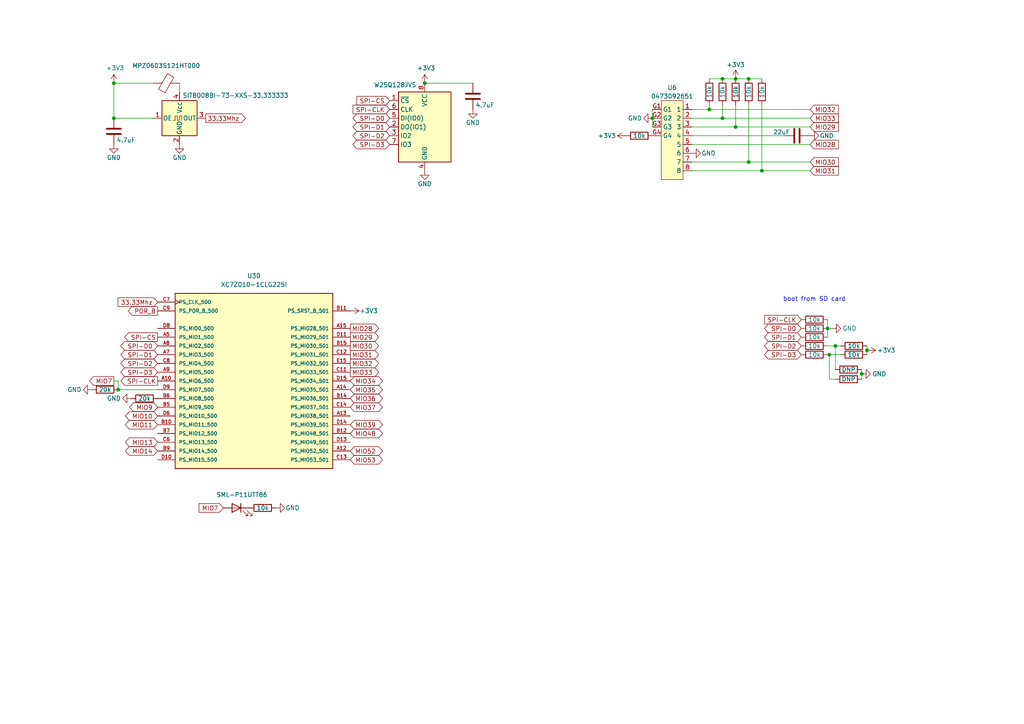
<source format=kicad_sch>
(kicad_sch (version 20231120) (generator "eeschema") (generator_version "8.0")
  (paper "A4")
  (lib_symbols
    (symbol "Device:C" (pin_numbers hide) (pin_names (offset 0.254))
      (property "Reference" "C" (at 0.635 2.54 0))
      (property "Value" "C" (at 0.635 -2.54 0))
      (symbol "C_0_1"
        (polyline (pts (xy -2.032 -0.762) (xy 2.032 -0.762)) (stroke (width 0.508)))
        (polyline (pts (xy -2.032 0.762) (xy 2.032 0.762)) (stroke (width 0.508)))
      )
      (symbol "C_1_1"
        (pin passive line (at 0 3.81 270) (length 2.794) (name "~") (number "1"))
        (pin passive line (at 0 -3.81 90) (length 2.794) (name "~") (number "2"))
      )
    )
    (symbol "Device:FerriteBead" (pin_numbers hide) (pin_names (offset 0))
      (property "Reference" "FB" (at -3.81 0.635 90))
      (property "Value" "FerriteBead" (at 3.81 0 90))
      (symbol "FerriteBead_0_1"
        (polyline (pts (xy 0 -1.27) (xy 0 -1.2192)))
        (polyline (pts (xy 0 1.27) (xy 0 1.2954)))
        (polyline (pts (xy -2.7686 0.4064) (xy -1.7018 2.2606) (xy 2.7686 -0.3048) (xy 1.6764 -2.159) (xy -2.7686 0.4064)))
      )
      (symbol "FerriteBead_1_1"
        (pin passive line (at 0 3.81 270) (length 2.54) (name "~") (number "1"))
        (pin passive line (at 0 -3.81 90) (length 2.54) (name "~") (number "2"))
      )
    )
    (symbol "Device:LED" (pin_numbers hide) (pin_names (offset 1.016) hide)
      (property "Reference" "D" (at 0 2.54 0))
      (property "Value" "LED" (at 0 -2.54 0))
      (symbol "LED_0_1"
        (polyline (pts (xy -1.27 -1.27) (xy -1.27 1.27)) (stroke (width 0.254)))
        (polyline (pts (xy -1.27 0) (xy 1.27 0)))
        (polyline (pts (xy 1.27 -1.27) (xy 1.27 1.27) (xy -1.27 0) (xy 1.27 -1.27)) (stroke (width 0.254)))
        (polyline (pts (xy -3.048 -0.762) (xy -4.572 -2.286) (xy -3.81 -2.286) (xy -4.572 -2.286) (xy -4.572 -1.524)))
        (polyline (pts (xy -1.778 -0.762) (xy -3.302 -2.286) (xy -2.54 -2.286) (xy -3.302 -2.286) (xy -3.302 -1.524)))
      )
      (symbol "LED_1_1"
        (pin passive line (at -3.81 0 0) (length 2.54) (name "K") (number "1"))
        (pin passive line (at 3.81 0 180) (length 2.54) (name "A") (number "2"))
      )
    )
    (symbol "Device:R" (pin_numbers hide) (pin_names (offset 0))
      (property "Reference" "R" (at 2.032 0 90))
      (property "Value" "R" (at 0 0 90))
      (symbol "R_0_1"
        (rectangle (start -1.016 -2.54) (end 1.016 2.54) (stroke (width 0.254)))
      )
      (symbol "R_1_1"
        (pin passive line (at 0 3.81 270) (length 1.27) (name "~") (number "1"))
        (pin passive line (at 0 -3.81 90) (length 1.27) (name "~") (number "2"))
      )
    )
    (symbol "ESP32-PRO_Rev_B1:GND" (power) (pin_names (offset 0))
      (property "Value" "GND" (at 0 -3.81 0))
      (symbol "GND_0_1"
        (polyline (pts (xy 0 0) (xy 0 -1.27) (xy 1.27 -1.27) (xy 0 -2.54) (xy -1.27 -1.27) (xy 0 -1.27)))
      )
      (symbol "GND_1_1"
        (pin power_in line (at 0 0 270) (length 0) hide (name "GND") (number "1"))
      )
    )
    (symbol "Memory_Flash:W25Q128JVS"
      (property "Reference" "U" (at -6.35 11.43 0))
      (property "Value" "W25Q128JVS" (at 7.62 11.43 0))
      (symbol "W25Q128JVS_0_1"
        (rectangle (start -7.62 10.16) (end 7.62 -10.16) (stroke (width 0.254)) (fill (type background)))
      )
      (symbol "W25Q128JVS_1_1"
        (pin input line (at -10.16 7.62 0) (length 2.54) (name "~{CS}") (number "1"))
        (pin bidirectional line (at -10.16 0 0) (length 2.54) (name "DO(IO1)") (number "2"))
        (pin bidirectional line (at -10.16 -2.54 0) (length 2.54) (name "IO2") (number "3"))
        (pin power_in line (at 0 -12.7 90) (length 2.54) (name "GND") (number "4"))
        (pin bidirectional line (at -10.16 2.54 0) (length 2.54) (name "DI(IO0)") (number "5"))
        (pin input line (at -10.16 5.08 0) (length 2.54) (name "CLK") (number "6"))
        (pin bidirectional line (at -10.16 -5.08 0) (length 2.54) (name "IO3") (number "7"))
        (pin power_in line (at 0 12.7 270) (length 2.54) (name "VCC") (number "8"))
      )
    )
    (symbol "Oscillator:SG-210SCD" (pin_names (offset 0.254))
      (property "Reference" "X" (at -5.08 6.35 0))
      (property "Value" "SG-210SCD" (at 1.27 -6.35 0))
      (symbol "SG-210SCD_0_1"
        (rectangle (start -5.08 5.08) (end 5.08 -5.08) (stroke (width 0.254)) (fill (type background)))
        (polyline (pts (xy -1.905 -0.635) (xy -1.27 -0.635) (xy -1.27 0.635) (xy -0.635 0.635) (xy -0.635 -0.635) (xy 0 -0.635) (xy 0 0.635) (xy 0.635 0.635) (xy 0.635 -0.635)))
      )
      (symbol "SG-210SCD_1_1"
        (pin input line (at -7.62 0 0) (length 2.54) (name "OE") (number "1"))
        (pin power_in line (at 0 -7.62 90) (length 2.54) (name "GND") (number "2"))
        (pin output line (at 7.62 0 180) (length 2.54) (name "OUT") (number "3"))
        (pin power_in line (at 0 7.62 270) (length 2.54) (name "Vcc") (number "4"))
      )
    )
    (symbol "Personal:U"
      (property "Reference" "U" (at 0 0 0))
      (symbol "U_1_1"
        (rectangle (start -2.54 -1.27) (end 3.81 -24.13) (fill (type background)))
        (pin input line (at 6.35 -3.81 180) (length 2.54) (name "1") (number "1"))
        (pin input line (at 6.35 -6.35 180) (length 2.54) (name "2") (number "2"))
        (pin input line (at 6.35 -8.89 180) (length 2.54) (name "3") (number "3"))
        (pin input line (at 6.35 -11.43 180) (length 2.54) (name "4") (number "4"))
        (pin input line (at 6.35 -13.97 180) (length 2.54) (name "5") (number "5"))
        (pin input line (at 6.35 -16.51 180) (length 2.54) (name "6") (number "6"))
        (pin input line (at 6.35 -19.05 180) (length 2.54) (name "7") (number "7"))
        (pin input line (at 6.35 -21.59 180) (length 2.54) (name "8") (number "8"))
        (pin input line (at -5.08 -3.81 0) (length 2.54) (name "G1") (number "G1"))
        (pin input line (at -5.08 -6.35 0) (length 2.54) (name "G2") (number "G2"))
        (pin input line (at -5.08 -8.89 0) (length 2.54) (name "G3") (number "G3"))
        (pin input line (at -5.08 -11.43 0) (length 2.54) (name "G4") (number "G4"))
      )
    )
    (symbol "Personal:XC7Z010-1CLG225I" (pin_names (offset 1.016))
      (property "Reference" "U" (at -25.5456 24.8201 0))
      (property "Value" "XC7Z010-1CLG225I" (at -25.5473 -24.1252 0))
      (symbol "XC7Z010-1CLG225I_1_0"
        (rectangle (start -25.4 -20.32) (end 25.4 22.86) (stroke (width 0.254)) (fill (type background)))
        (pin bidirectional line (at 30.48 7.62 180) (length 5.08) (name "INIT_B_0") (number "D5"))
        (pin power_in line (at 30.48 20.32 180) (length 5.08) (name "VCCBATT_0") (number "E6"))
        (pin passive line (at 30.48 -10.16 180) (length 5.08) (name "RSVDGND") (number "E8"))
        (pin input line (at -30.48 -5.08 0) (length 5.08) (name "CFGBVS_0") (number "F6"))
        (pin power_in line (at 30.48 17.78 180) (length 5.08) (name "VCCADC_0") (number "F7"))
        (pin power_in line (at 30.48 -17.78 180) (length 5.08) (name "GNDADC_0") (number "F8"))
        (pin passive line (at 30.48 -2.54 180) (length 5.08) (name "RSVSVCC1") (number "G4"))
        (pin input line (at -30.48 -7.62 0) (length 5.08) (name "VP_0") (number "G7"))
        (pin power_in line (at 30.48 -15.24 180) (length 5.08) (name "VREFN_0") (number "G8"))
        (pin input clock (at -30.48 10.16 0) (length 5.08) (name "TCK_0") (number "G9"))
        (pin passive line (at 30.48 -7.62 180) (length 5.08) (name "RSVSVCC3") (number "H4"))
        (pin power_in line (at 30.48 15.24 180) (length 5.08) (name "VREFP_0") (number "H7"))
        (pin input line (at -30.48 -10.16 0) (length 5.08) (name "VN_0") (number "H8"))
        (pin passive line (at 30.48 -5.08 180) (length 5.08) (name "RSVSVCC2") (number "J4"))
        (pin output line (at 30.48 2.54 180) (length 5.08) (name "DXP_0") (number "J7"))
        (pin input line (at -30.48 -2.54 0) (length 5.08) (name "PROGRAM_B_0") (number "K6"))
        (pin input line (at -30.48 5.08 0) (length 5.08) (name "TDI_0") (number "L7"))
        (pin output line (at -30.48 2.54 0) (length 5.08) (name "TDO_0") (number "L8"))
        (pin input line (at -30.48 7.62 0) (length 5.08) (name "TMS_0") (number "L9"))
        (pin bidirectional line (at 30.48 10.16 180) (length 5.08) (name "DONE_0") (number "M7"))
      )
      (symbol "XC7Z010-1CLG225I_2_0"
        (rectangle (start -27.94 -30.48) (end 27.94 33.02) (stroke (width 0.254)) (fill (type background)))
        (pin bidirectional line (at -33.02 30.48 0) (length 5.08) (name "IO_L1P_T0_34") (number "G11"))
        (pin bidirectional line (at -33.02 25.4 0) (length 5.08) (name "IO_L2P_T0_34") (number "G12"))
        (pin bidirectional line (at -33.02 20.32 0) (length 5.08) (name "IO_L3P_T0_DQS_PUDC_B_34") (number "G14"))
        (pin bidirectional line (at -33.02 5.08 0) (length 5.08) (name "IO_L6P_T0_34") (number "H11"))
        (pin bidirectional line (at -33.02 27.94 0) (length 5.08) (name "IO_L1N_T0_34") (number "H12"))
        (pin bidirectional line (at -33.02 22.86 0) (length 5.08) (name "IO_L2N_T0_34") (number "H13"))
        (pin bidirectional line (at -33.02 17.78 0) (length 5.08) (name "IO_L3N_T0_DQS_34") (number "H14"))
        (pin bidirectional line (at -33.02 2.54 0) (length 5.08) (name "IO_L6N_T0_VREF_34") (number "J11"))
        (pin bidirectional line (at -33.02 10.16 0) (length 5.08) (name "IO_L5P_T0_34") (number "J13"))
        (pin bidirectional line (at -33.02 7.62 0) (length 5.08) (name "IO_L5N_T0_34") (number "J14"))
        (pin bidirectional line (at -33.02 15.24 0) (length 5.08) (name "IO_L4P_T0_34") (number "J15"))
        (pin bidirectional line (at -33.02 -20.32 0) (length 5.08) (name "IO_L11P_T1_SRCC_34") (number "K11"))
        (pin bidirectional line (at -33.02 -22.86 0) (length 5.08) (name "IO_L11N_T1_SRCC_34") (number "K12"))
        (pin bidirectional line (at -33.02 -15.24 0) (length 5.08) (name "IO_L10P_T1_34") (number "K13"))
        (pin bidirectional line (at -33.02 12.7 0) (length 5.08) (name "IO_L4N_T0_34") (number "K15"))
        (pin bidirectional line (at -33.02 -25.4 0) (length 5.08) (name "IO_L12P_T1_MRCC_34") (number "L12"))
        (pin bidirectional line (at -33.02 -17.78 0) (length 5.08) (name "IO_L10N_T1_34") (number "L13"))
        (pin bidirectional line (at -33.02 -10.16 0) (length 5.08) (name "IO_L9P_T1_DQS_34") (number "L14"))
        (pin bidirectional line (at -33.02 -5.08 0) (length 5.08) (name "IO_L8P_T1_34") (number "L15"))
        (pin bidirectional line (at 33.02 -5.08 180) (length 5.08) (name "IO_L21P_T3_DQS_34") (number "M10"))
        (pin bidirectional line (at 33.02 -7.62 180) (length 5.08) (name "IO_L21N_T3_DQS_34") (number "M11"))
        (pin bidirectional line (at -33.02 -27.94 0) (length 5.08) (name "IO_L12N_T1_MRCC_34") (number "M12"))
        (pin bidirectional line (at -33.02 -12.7 0) (length 5.08) (name "IO_L9N_T1_DQS_34") (number "M14"))
        (pin bidirectional line (at -33.02 -7.62 0) (length 5.08) (name "IO_L8N_T1_34") (number "M15"))
        (pin bidirectional line (at 33.02 5.08 180) (length 5.08) (name "IO_L19P_T3_34") (number "M9"))
        (pin bidirectional line (at 33.02 30.48 180) (length 5.08) (name "IO_L13P_T2_MRCC_34") (number "N11"))
        (pin bidirectional line (at 33.02 27.94 180) (length 5.08) (name "IO_L13N_T2_MRCC_34") (number "N12"))
        (pin bidirectional line (at -33.02 0 0) (length 5.08) (name "IO_L7P_T1_34") (number "N13"))
        (pin bidirectional line (at -33.02 -2.54 0) (length 5.08) (name "IO_L7N_T1_34") (number "N14"))
        (pin bidirectional line (at 33.02 -10.16 180) (length 5.08) (name "IO_L22P_T3_34") (number "N7"))
        (pin bidirectional line (at 33.02 -12.7 180) (length 5.08) (name "IO_L22N_T3_34") (number "N8"))
        (pin bidirectional line (at 33.02 2.54 180) (length 5.08) (name "IO_L19N_T3_VREF_34") (number "N9"))
        (pin bidirectional line (at 33.02 -20.32 180) (length 5.08) (name "IO_L24P_T3_34") (number "P10"))
        (pin bidirectional line (at 33.02 20.32 180) (length 5.08) (name "IO_L16P_T2_34") (number "P11"))
        (pin bidirectional line (at 33.02 10.16 180) (length 5.08) (name "IO_L18P_T2_34") (number "P13"))
        (pin bidirectional line (at 33.02 7.62 180) (length 5.08) (name "IO_L18N_T2_34") (number "P14"))
        (pin bidirectional line (at 33.02 25.4 180) (length 5.08) (name "IO_L15P_T2_DQS_34") (number "P15"))
        (pin bidirectional line (at 33.02 -15.24 180) (length 5.08) (name "IO_L23P_T3_34") (number "P8"))
        (pin bidirectional line (at 33.02 -17.78 180) (length 5.08) (name "IO_L23N_T3_34") (number "P9"))
        (pin bidirectional line (at 33.02 -22.86 180) (length 5.08) (name "IO_L24N_T3_34") (number "R10"))
        (pin bidirectional line (at 33.02 17.78 180) (length 5.08) (name "IO_L16N_T2_34") (number "R11"))
        (pin bidirectional line (at 33.02 15.24 180) (length 5.08) (name "IO_L17P_T2_34") (number "R12"))
        (pin bidirectional line (at 33.02 12.7 180) (length 5.08) (name "IO_L17N_T2_34") (number "R13"))
        (pin bidirectional line (at 33.02 22.86 180) (length 5.08) (name "IO_L15N_T2_DQS_34") (number "R15"))
        (pin bidirectional line (at 33.02 0 180) (length 5.08) (name "IO_L20P_T3_34") (number "R7"))
        (pin bidirectional line (at 33.02 -2.54 180) (length 5.08) (name "IO_L20N_T3_34") (number "R8"))
      )
      (symbol "XC7Z010-1CLG225I_3_0"
        (rectangle (start -22.86 -10.16) (end 22.86 12.7) (stroke (width 0.254)) (fill (type background)))
        (pin bidirectional line (at -27.94 5.08 0) (length 5.08) (name "IO_L2P_T0_AD8P_35") (number "E11"))
        (pin bidirectional line (at -27.94 2.54 0) (length 5.08) (name "IO_L2N_T0_AD8N_35") (number "E12"))
        (pin bidirectional line (at -27.94 7.62 0) (length 5.08) (name "IO_L1N_T0_AD0N_35") (number "E13"))
        (pin bidirectional line (at -27.94 10.16 0) (length 5.08) (name "IO_L1P_T0_AD0P_35") (number "F12"))
        (pin bidirectional line (at -27.94 0 0) (length 5.08) (name "IO_L3P_T0_DQS_AD1P_35") (number "F13"))
        (pin bidirectional line (at -27.94 -2.54 0) (length 5.08) (name "IO_L3N_T0_DQS_AD1N_35") (number "F14"))
        (pin bidirectional line (at -27.94 -7.62 0) (length 5.08) (name "IO_L5N_T0_AD9N_35") (number "F15"))
        (pin bidirectional line (at -27.94 -5.08 0) (length 5.08) (name "IO_L5P_T0_AD9P_35") (number "G15"))
      )
      (symbol "XC7Z010-1CLG225I_4_0"
        (rectangle (start -22.86 -25.4) (end 22.86 25.4) (stroke (width 0.254)) (fill (type background)))
        (pin bidirectional line (at -27.94 0 0) (length 5.08) (name "PS_MIO6_500") (number "A10"))
        (pin bidirectional line (at 27.94 -20.32 180) (length 5.08) (name "PS_MIO52_501") (number "A12"))
        (pin bidirectional line (at 27.94 -10.16 180) (length 5.08) (name "PS_MIO38_501") (number "A13"))
        (pin bidirectional line (at 27.94 -2.54 180) (length 5.08) (name "PS_MIO35_501") (number "A14"))
        (pin bidirectional line (at 27.94 15.24 180) (length 5.08) (name "PS_MIO28_501") (number "A15"))
        (pin bidirectional line (at -27.94 12.7 0) (length 5.08) (name "PS_MIO1_500") (number "A5"))
        (pin bidirectional line (at -27.94 7.62 0) (length 5.08) (name "PS_MIO3_500") (number "A7"))
        (pin bidirectional line (at -27.94 10.16 0) (length 5.08) (name "PS_MIO2_500") (number "A8"))
        (pin bidirectional line (at -27.94 2.54 0) (length 5.08) (name "PS_MIO5_500") (number "A9"))
        (pin bidirectional line (at -27.94 -12.7 0) (length 5.08) (name "PS_MIO11_500") (number "B10"))
        (pin input line (at 27.94 20.32 180) (length 5.08) (name "PS_SRST_B_501") (number "B11"))
        (pin bidirectional line (at 27.94 -15.24 180) (length 5.08) (name "PS_MIO48_501") (number "B12"))
        (pin bidirectional line (at 27.94 -5.08 180) (length 5.08) (name "PS_MIO36_501") (number "B14"))
        (pin bidirectional line (at 27.94 10.16 180) (length 5.08) (name "PS_MIO30_501") (number "B15"))
        (pin bidirectional line (at -27.94 -7.62 0) (length 5.08) (name "PS_MIO9_500") (number "B5"))
        (pin bidirectional line (at -27.94 -5.08 0) (length 5.08) (name "PS_MIO8_500") (number "B6"))
        (pin bidirectional line (at -27.94 -15.24 0) (length 5.08) (name "PS_MIO12_500") (number "B7"))
        (pin bidirectional line (at -27.94 -20.32 0) (length 5.08) (name "PS_MIO14_500") (number "B9"))
        (pin bidirectional line (at 27.94 2.54 180) (length 5.08) (name "PS_MIO33_501") (number "C11"))
        (pin bidirectional line (at 27.94 7.62 180) (length 5.08) (name "PS_MIO31_501") (number "C12"))
        (pin bidirectional line (at 27.94 -22.86 180) (length 5.08) (name "PS_MIO53_501") (number "C13"))
        (pin bidirectional line (at 27.94 -7.62 180) (length 5.08) (name "PS_MIO37_501") (number "C14"))
        (pin bidirectional line (at -27.94 -17.78 0) (length 5.08) (name "PS_MIO13_500") (number "C6"))
        (pin input clock (at -27.94 22.86 0) (length 5.08) (name "PS_CLK_500") (number "C7"))
        (pin bidirectional line (at -27.94 5.08 0) (length 5.08) (name "PS_MIO4_500") (number "C8"))
        (pin input line (at -27.94 20.32 0) (length 5.08) (name "PS_POR_B_500") (number "C9"))
        (pin bidirectional line (at -27.94 -22.86 0) (length 5.08) (name "PS_MIO15_500") (number "D10"))
        (pin bidirectional line (at 27.94 12.7 180) (length 5.08) (name "PS_MIO29_501") (number "D11"))
        (pin bidirectional line (at 27.94 -17.78 180) (length 5.08) (name "PS_MIO49_501") (number "D13"))
        (pin bidirectional line (at 27.94 -12.7 180) (length 5.08) (name "PS_MIO39_501") (number "D14"))
        (pin bidirectional line (at 27.94 0 180) (length 5.08) (name "PS_MIO34_501") (number "D15"))
        (pin bidirectional line (at -27.94 -10.16 0) (length 5.08) (name "PS_MIO10_500") (number "D6"))
        (pin bidirectional line (at -27.94 15.24 0) (length 5.08) (name "PS_MIO0_500") (number "D8"))
        (pin bidirectional line (at -27.94 -2.54 0) (length 5.08) (name "PS_MIO7_500") (number "D9"))
        (pin bidirectional line (at 27.94 5.08 180) (length 5.08) (name "PS_MIO32_501") (number "E15"))
      )
      (symbol "XC7Z010-1CLG225I_5_0"
        (rectangle (start -27.94 -43.18) (end 27.94 43.18) (stroke (width 0.254)) (fill (type background)))
        (pin bidirectional line (at -33.02 38.1 0) (length 5.08) (name "PS_DDR_DQ1_502") (number "A2"))
        (pin bidirectional line (at -33.02 22.86 0) (length 5.08) (name "PS_DDR_DQ7_502") (number "A3"))
        (pin bidirectional line (at -33.02 27.94 0) (length 5.08) (name "PS_DDR_DQ5_502") (number "A4"))
        (pin output line (at 33.02 -2.54 180) (length 5.08) (name "PS_DDR_DM0_502") (number "B1"))
        (pin bidirectional line (at -33.02 -2.54 0) (length 5.08) (name "PS_DDR_DQS_N0_502") (number "B2"))
        (pin bidirectional line (at -33.02 30.48 0) (length 5.08) (name "PS_DDR_DQ4_502") (number "B4"))
        (pin bidirectional line (at -33.02 33.02 0) (length 5.08) (name "PS_DDR_DQ3_502") (number "C1"))
        (pin bidirectional line (at -33.02 0 0) (length 5.08) (name "PS_DDR_DQS_P0_502") (number "C2"))
        (pin bidirectional line (at -33.02 25.4 0) (length 5.08) (name "PS_DDR_DQ6_502") (number "C3"))
        (pin bidirectional line (at -33.02 35.56 0) (length 5.08) (name "PS_DDR_DQ2_502") (number "C4"))
        (pin bidirectional line (at -33.02 17.78 0) (length 5.08) (name "PS_DDR_DQ9_502") (number "D1"))
        (pin output line (at 33.02 -5.08 180) (length 5.08) (name "PS_DDR_DM1_502") (number "D3"))
        (pin bidirectional line (at -33.02 40.64 0) (length 5.08) (name "PS_DDR_DQ0_502") (number "D4"))
        (pin bidirectional line (at -33.02 20.32 0) (length 5.08) (name "PS_DDR_DQ8_502") (number "E1"))
        (pin bidirectional line (at -33.02 15.24 0) (length 5.08) (name "PS_DDR_DQ10_502") (number "E2"))
        (pin bidirectional line (at -33.02 12.7 0) (length 5.08) (name "PS_DDR_DQ11_502") (number "E3"))
        (pin bidirectional line (at -33.02 -7.62 0) (length 5.08) (name "PS_DDR_DQS_N1_502") (number "F2"))
        (pin bidirectional line (at -33.02 10.16 0) (length 5.08) (name "PS_DDR_DQ12_502") (number "F3"))
        (pin power_in line (at 33.02 40.64 180) (length 5.08) (name "PS_DDR_VREF0_502") (number "F4"))
        (pin bidirectional line (at -33.02 7.62 0) (length 5.08) (name "PS_DDR_DQ13_502") (number "G1"))
        (pin bidirectional line (at -33.02 -5.08 0) (length 5.08) (name "PS_DDR_DQS_P1_502") (number "G2"))
        (pin bidirectional line (at -33.02 5.08 0) (length 5.08) (name "PS_DDR_DQ14_502") (number "H1"))
        (pin bidirectional line (at -33.02 2.54 0) (length 5.08) (name "PS_DDR_DQ15_502") (number "H2"))
        (pin output line (at 33.02 -38.1 180) (length 5.08) (name "PS_DDR_VRP_502") (number "H3"))
        (pin output line (at 33.02 10.16 180) (length 5.08) (name "PS_DDR_A10_502") (number "J1"))
        (pin output line (at 33.02 -40.64 180) (length 5.08) (name "PS_DDR_VRN_502") (number "J3"))
        (pin output line (at 33.02 0 180) (length 5.08) (name "PS_DDR_A14_502") (number "K1"))
        (pin output line (at 33.02 2.54 180) (length 5.08) (name "PS_DDR_A13_502") (number "K2"))
        (pin output line (at 33.02 -25.4 180) (length 5.08) (name "PS_DDR_ODT_502") (number "K3"))
        (pin output line (at 33.02 7.62 180) (length 5.08) (name "PS_DDR_A11_502") (number "L2"))
        (pin output line (at 33.02 -20.32 180) (length 5.08) (name "PS_DDR_CKE_502") (number "L3"))
        (pin output line (at 33.02 -22.86 180) (length 5.08) (name "PS_DDR_DRST_B_502") (number "L4"))
        (pin output line (at 33.02 30.48 180) (length 5.08) (name "PS_DDR_A2_502") (number "M1"))
        (pin output line (at 33.02 5.08 180) (length 5.08) (name "PS_DDR_A12_502") (number "M2"))
        (pin output line (at 33.02 27.94 180) (length 5.08) (name "PS_DDR_A3_502") (number "M4"))
        (pin output line (at 33.02 17.78 180) (length 5.08) (name "PS_DDR_A7_502") (number "M5"))
        (pin output line (at 33.02 -7.62 180) (length 5.08) (name "PS_DDR_BA0_502") (number "M6"))
        (pin output line (at 33.02 33.02 180) (length 5.08) (name "PS_DDR_A1_502") (number "N1"))
        (pin output clock (at 33.02 -17.78 180) (length 5.08) (name "PS_DDR_CKN_502") (number "N2"))
        (pin output clock (at 33.02 -15.24 180) (length 5.08) (name "PS_DDR_CKP_502") (number "N3"))
        (pin output line (at 33.02 12.7 180) (length 5.08) (name "PS_DDR_A9_502") (number "N4"))
        (pin output line (at 33.02 -12.7 180) (length 5.08) (name "PS_DDR_BA2_502") (number "N6"))
        (pin output line (at 33.02 35.56 180) (length 5.08) (name "PS_DDR_A0_502") (number "P1"))
        (pin output line (at 33.02 25.4 180) (length 5.08) (name "PS_DDR_A4_502") (number "P3"))
        (pin output line (at 33.02 22.86 180) (length 5.08) (name "PS_DDR_A5_502") (number "P4"))
        (pin output line (at 33.02 20.32 180) (length 5.08) (name "PS_DDR_A6_502") (number "P5"))
        (pin output line (at 33.02 15.24 180) (length 5.08) (name "PS_DDR_A8_502") (number "P6"))
        (pin output line (at 33.02 -10.16 180) (length 5.08) (name "PS_DDR_BA1_502") (number "R1"))
        (pin output line (at 33.02 -27.94 180) (length 5.08) (name "PS_DDR_CS_B_502") (number "R2"))
        (pin output line (at 33.02 -30.48 180) (length 5.08) (name "PS_DDR_WE_B_502") (number "R3"))
        (pin output line (at 33.02 -33.02 180) (length 5.08) (name "PS_DDR_CAS_B_502") (number "R5"))
        (pin output line (at 33.02 -35.56 180) (length 5.08) (name "PS_DDR_RAS_B_502") (number "R6"))
      )
      (symbol "XC7Z010-1CLG225I_6_0"
        (rectangle (start -17.78 -17.78) (end 17.78 17.78) (stroke (width 0.254)) (fill (type background)))
        (pin power_in line (at 22.86 -15.24 180) (length 5.08) (name "GND") (number "A1"))
        (pin power_in line (at 22.86 -15.24 180) (length 5.08) (name "GND") (number "A11"))
        (pin power_in line (at 22.86 -5.08 180) (length 5.08) (name "VCCO_MIO0_500") (number "A6"))
        (pin power_in line (at 22.86 -7.62 180) (length 5.08) (name "VCCO_MIO1_501") (number "B13"))
        (pin power_in line (at 22.86 -10.16 180) (length 5.08) (name "VCCO_DDR_502") (number "B3"))
        (pin power_in line (at 22.86 -15.24 180) (length 5.08) (name "GND") (number "B8"))
        (pin power_in line (at 22.86 -7.62 180) (length 5.08) (name "VCCO_MIO1_501") (number "C10"))
        (pin power_in line (at 22.86 -15.24 180) (length 5.08) (name "GND") (number "C15"))
        (pin power_in line (at 22.86 -15.24 180) (length 5.08) (name "GND") (number "C5"))
        (pin power_in line (at 22.86 -15.24 180) (length 5.08) (name "GND") (number "D12"))
        (pin power_in line (at 22.86 -15.24 180) (length 5.08) (name "GND") (number "D2"))
        (pin power_in line (at 22.86 -5.08 180) (length 5.08) (name "VCCO_MIO0_500") (number "D7"))
        (pin power_in line (at 22.86 15.24 180) (length 5.08) (name "VCCINT") (number "E10"))
        (pin power_in line (at 22.86 -7.62 180) (length 5.08) (name "VCCO_MIO1_501") (number "E14"))
        (pin power_in line (at 22.86 -10.16 180) (length 5.08) (name "VCCO_DDR_502") (number "E4"))
        (pin power_in line (at 22.86 -15.24 180) (length 5.08) (name "GND") (number "E5"))
        (pin power_in line (at 22.86 -15.24 180) (length 5.08) (name "GND") (number "E7"))
        (pin power_in line (at 22.86 -15.24 180) (length 5.08) (name "GND") (number "E9"))
        (pin power_in line (at 22.86 -10.16 180) (length 5.08) (name "VCCO_DDR_502") (number "F1"))
        (pin power_in line (at 22.86 -15.24 180) (length 5.08) (name "GND") (number "F10"))
        (pin power_in line (at 22.86 -2.54 180) (length 5.08) (name "VCCO_35") (number "F11"))
        (pin power_in line (at 22.86 5.08 180) (length 5.08) (name "VCCPLL") (number "F5"))
        (pin power_in line (at 22.86 15.24 180) (length 5.08) (name "VCCINT") (number "F9"))
        (pin power_in line (at 22.86 15.24 180) (length 5.08) (name "VCCINT") (number "G10"))
        (pin power_in line (at 22.86 -15.24 180) (length 5.08) (name "GND") (number "G13"))
        (pin power_in line (at 22.86 -15.24 180) (length 5.08) (name "GND") (number "G3"))
        (pin power_in line (at 22.86 -15.24 180) (length 5.08) (name "GND") (number "G5"))
        (pin power_in line (at 22.86 12.7 180) (length 5.08) (name "VCCPINT") (number "G6"))
        (pin power_in line (at 22.86 -15.24 180) (length 5.08) (name "GND") (number "H10"))
        (pin power_in line (at 22.86 -2.54 180) (length 5.08) (name "VCCO_35") (number "H15"))
        (pin power_in line (at 22.86 12.7 180) (length 5.08) (name "VCCPINT") (number "H5"))
        (pin power_in line (at 22.86 -15.24 180) (length 5.08) (name "GND") (number "H6"))
        (pin power_in line (at 22.86 10.16 180) (length 5.08) (name "VCCAUX") (number "H9"))
        (pin power_in line (at 22.86 15.24 180) (length 5.08) (name "VCCINT") (number "J10"))
        (pin power_in line (at 22.86 0 180) (length 5.08) (name "VCCO_34") (number "J12"))
        (pin power_in line (at 22.86 -10.16 180) (length 5.08) (name "VCCO_DDR_502") (number "J2"))
        (pin power_in line (at 22.86 -15.24 180) (length 5.08) (name "GND") (number "J5"))
        (pin power_in line (at 22.86 7.62 180) (length 5.08) (name "VCCPAUX") (number "J6"))
        (pin power_in line (at 22.86 10.16 180) (length 5.08) (name "VCCAUX") (number "J8"))
        (pin power_in line (at 22.86 -15.24 180) (length 5.08) (name "GND") (number "J9"))
        (pin power_in line (at 22.86 -15.24 180) (length 5.08) (name "GND") (number "K10"))
        (pin power_in line (at 22.86 -15.24 180) (length 5.08) (name "GND") (number "K14"))
        (pin power_in line (at 22.86 -15.24 180) (length 5.08) (name "GND") (number "K4"))
        (pin power_in line (at 22.86 12.7 180) (length 5.08) (name "VCCPINT") (number "K5"))
        (pin power_in line (at 22.86 -15.24 180) (length 5.08) (name "GND") (number "K7"))
        (pin power_in line (at 22.86 2.54 180) (length 5.08) (name "VCCO_0") (number "K8"))
        (pin power_in line (at 22.86 10.16 180) (length 5.08) (name "VCCAUX") (number "K9"))
        (pin power_in line (at 22.86 -15.24 180) (length 5.08) (name "GND") (number "L1"))
        (pin power_in line (at 22.86 15.24 180) (length 5.08) (name "VCCINT") (number "L10"))
        (pin power_in line (at 22.86 -15.24 180) (length 5.08) (name "GND") (number "L11"))
        (pin power_in line (at 22.86 -15.24 180) (length 5.08) (name "GND") (number "L5"))
        (pin power_in line (at 22.86 7.62 180) (length 5.08) (name "VCCPAUX") (number "L6"))
        (pin power_in line (at 22.86 0 180) (length 5.08) (name "VCCO_34") (number "M13"))
        (pin power_in line (at 22.86 -10.16 180) (length 5.08) (name "VCCO_DDR_502") (number "M3"))
        (pin power_in line (at 22.86 -15.24 180) (length 5.08) (name "GND") (number "M8"))
        (pin power_in line (at 22.86 0 180) (length 5.08) (name "VCCO_34") (number "N10"))
        (pin power_in line (at 22.86 -15.24 180) (length 5.08) (name "GND") (number "N15"))
        (pin power_in line (at 22.86 -15.24 180) (length 5.08) (name "GND") (number "N5"))
        (pin power_in line (at 22.86 -15.24 180) (length 5.08) (name "GND") (number "P12"))
        (pin power_in line (at 22.86 -15.24 180) (length 5.08) (name "GND") (number "P2"))
        (pin power_in line (at 22.86 0 180) (length 5.08) (name "VCCO_34") (number "P7"))
        (pin power_in line (at 22.86 0 180) (length 5.08) (name "VCCO_34") (number "R14"))
        (pin power_in line (at 22.86 -10.16 180) (length 5.08) (name "VCCO_DDR_502") (number "R4"))
        (pin power_in line (at 22.86 -15.24 180) (length 5.08) (name "GND") (number "R9"))
      )
    )
    (symbol "power:+3V3" (power) (pin_names (offset 0))
      (property "Value" "+3V3" (at 0 3.556 0))
      (symbol "+3V3_0_1"
        (polyline (pts (xy -0.762 1.27) (xy 0 2.54)))
        (polyline (pts (xy 0 0) (xy 0 2.54)))
        (polyline (pts (xy 0 2.54) (xy 0.762 1.27)))
      )
      (symbol "+3V3_1_1"
        (pin power_in line (at 0 0 90) (length 0) hide (name "+3V3") (number "1"))
      )
    )
  )
  (junction (at 33.02 24.13))
  (junction (at 240.03 95.25))
  (junction (at 33.02 34.29))
  (junction (at 240.538 102.87))
  (junction (at 209.55 22.86))
  (junction (at 217.17 22.86))
  (junction (at 189.23 34.29))
  (junction (at 217.17 46.99))
  (junction (at 249.936 108.458))
  (junction (at 213.36 36.83))
  (junction (at 213.36 22.86))
  (junction (at 251.46 101.6))
  (junction (at 209.55 34.29))
  (junction (at 123.19 24.13))
  (junction (at 242.316 100.33))
  (junction (at 220.98 49.53))
  (junction (at 34.29 113.03))
  (junction (at 205.74 31.75))
  (wire (pts (xy 213.36 22.86) (xy 217.17 22.86)))
  (wire (pts (xy 240.538 102.87) (xy 240.03 102.87)))
  (wire (pts (xy 240.03 95.25) (xy 240.03 97.79)))
  (wire (pts (xy 213.36 36.83) (xy 200.66 36.83)))
  (wire (pts (xy 242.316 107.188) (xy 242.316 100.33)))
  (wire (pts (xy 213.36 30.48) (xy 213.36 36.83)))
  (wire (pts (xy 123.19 24.13) (xy 137.16 24.13)))
  (wire (pts (xy 33.02 110.49) (xy 34.29 110.49)))
  (wire (pts (xy 242.316 109.982) (xy 240.538 109.982)))
  (wire (pts (xy 34.29 113.03) (xy 45.72 113.03)))
  (wire (pts (xy 242.316 100.33) (xy 243.84 100.33)))
  (wire (pts (xy 249.936 107.188) (xy 249.936 108.458)))
  (wire (pts (xy 217.17 30.48) (xy 217.17 46.99)))
  (wire (pts (xy 200.66 49.53) (xy 220.98 49.53)))
  (wire (pts (xy 52.07 24.13) (xy 52.07 26.67)))
  (wire (pts (xy 220.98 30.48) (xy 220.98 49.53)))
  (wire (pts (xy 189.23 34.29) (xy 189.23 36.83)))
  (wire (pts (xy 240.538 109.982) (xy 240.538 102.87)))
  (wire (pts (xy 234.95 46.99) (xy 217.17 46.99)))
  (wire (pts (xy 33.02 34.29) (xy 44.45 34.29)))
  (wire (pts (xy 217.17 22.86) (xy 220.98 22.86)))
  (wire (pts (xy 251.46 101.6) (xy 251.46 102.87)))
  (wire (pts (xy 205.74 31.75) (xy 200.66 31.75)))
  (wire (pts (xy 240.03 100.33) (xy 242.316 100.33)))
  (wire (pts (xy 249.936 108.458) (xy 249.936 109.982)))
  (wire (pts (xy 251.46 100.33) (xy 251.46 101.6)))
  (wire (pts (xy 33.02 24.13) (xy 33.02 34.29)))
  (wire (pts (xy 217.17 46.99) (xy 200.66 46.99)))
  (wire (pts (xy 234.95 41.91) (xy 200.66 41.91)))
  (wire (pts (xy 213.36 22.86) (xy 209.55 22.86)))
  (wire (pts (xy 243.84 102.87) (xy 240.538 102.87)))
  (wire (pts (xy 209.55 22.86) (xy 205.74 22.86)))
  (wire (pts (xy 220.98 49.53) (xy 234.95 49.53)))
  (wire (pts (xy 234.95 36.83) (xy 213.36 36.83)))
  (wire (pts (xy 205.74 30.48) (xy 205.74 31.75)))
  (wire (pts (xy 189.23 31.75) (xy 189.23 34.29)))
  (wire (pts (xy 34.29 110.49) (xy 34.29 113.03)))
  (wire (pts (xy 33.02 24.13) (xy 44.45 24.13)))
  (wire (pts (xy 209.55 30.48) (xy 209.55 34.29)))
  (wire (pts (xy 234.95 34.29) (xy 209.55 34.29)))
  (wire (pts (xy 227.33 39.37) (xy 200.66 39.37)))
  (wire (pts (xy 209.55 34.29) (xy 200.66 34.29)))
  (wire (pts (xy 240.03 92.71) (xy 240.03 95.25)))
  (wire (pts (xy 234.95 31.75) (xy 205.74 31.75)))
  (wire (pts (xy 241.3 95.25) (xy 240.03 95.25)))
  (text "boot from SD card" (at 236.22 86.868 0) (effects (font (size 1.27 1.27))))
  (global_label "MIO36" (shape bidirectional) (at 101.6 115.57 0) (property "Intersheetrefs" "${INTERSHEET_REFS}" (effects (hide yes))))
  (global_label "SPI-D2" (shape bidirectional) (at 45.72 105.41 180) (property "Intersheetrefs" "${INTERSHEET_REFS}" (effects (hide yes))))
  (global_label "SPI-D0" (shape bidirectional) (at 45.72 100.33 180) (property "Intersheetrefs" "${INTERSHEET_REFS}" (effects (hide yes))))
  (global_label "MIO29" (shape output) (at 101.6 97.79 0) (property "Intersheetrefs" "${INTERSHEET_REFS}" (effects (hide yes))))
  (global_label "MIO31" (shape output) (at 101.6 102.87 0) (property "Intersheetrefs" "${INTERSHEET_REFS}" (effects (hide yes))))
  (global_label "MIO39" (shape bidirectional) (at 101.6 123.19 0) (property "Intersheetrefs" "${INTERSHEET_REFS}" (effects (hide yes))))
  (global_label "SPI-D2" (shape bidirectional) (at 232.41 100.33 180) (property "Intersheetrefs" "${INTERSHEET_REFS}" (effects (hide yes))))
  (global_label "MIO30" (shape output) (at 101.6 100.33 0) (property "Intersheetrefs" "${INTERSHEET_REFS}" (effects (hide yes))))
  (global_label "SPI-CLK" (shape input) (at 232.41 92.71 180) (property "Intersheetrefs" "${INTERSHEET_REFS}" (effects (hide yes))))
  (global_label "SPI-CS" (shape input) (at 113.03 29.21 180) (property "Intersheetrefs" "${INTERSHEET_REFS}" (effects (hide yes))))
  (global_label "MIO28" (shape input) (at 234.95 41.91 0) (property "Intersheetrefs" "${INTERSHEET_REFS}" (effects (hide yes))))
  (global_label "MIO13" (shape bidirectional) (at 45.72 128.27 180) (property "Intersheetrefs" "${INTERSHEET_REFS}" (effects (hide yes))))
  (global_label "SPI-D1" (shape bidirectional) (at 113.03 36.83 180) (property "Intersheetrefs" "${INTERSHEET_REFS}" (effects (hide yes))))
  (global_label "SPI-D3" (shape bidirectional) (at 45.72 107.95 180) (property "Intersheetrefs" "${INTERSHEET_REFS}" (effects (hide yes))))
  (global_label "SPI-D0" (shape bidirectional) (at 232.41 95.25 180) (property "Intersheetrefs" "${INTERSHEET_REFS}" (effects (hide yes))))
  (global_label "MIO28" (shape output) (at 101.6 95.25 0) (property "Intersheetrefs" "${INTERSHEET_REFS}" (effects (hide yes))))
  (global_label "SPI-D1" (shape bidirectional) (at 45.72 102.87 180) (property "Intersheetrefs" "${INTERSHEET_REFS}" (effects (hide yes))))
  (global_label "MIO31" (shape input) (at 234.95 49.53 0) (property "Intersheetrefs" "${INTERSHEET_REFS}" (effects (hide yes))))
  (global_label "SPI-D0" (shape bidirectional) (at 113.03 34.29 180) (property "Intersheetrefs" "${INTERSHEET_REFS}" (effects (hide yes))))
  (global_label "MIO52" (shape bidirectional) (at 101.6 130.81 0) (property "Intersheetrefs" "${INTERSHEET_REFS}" (effects (hide yes))))
  (global_label "SPI-D3" (shape bidirectional) (at 113.03 41.91 180) (property "Intersheetrefs" "${INTERSHEET_REFS}" (effects (hide yes))))
  (global_label "MIO32" (shape input) (at 234.95 31.75 0) (property "Intersheetrefs" "${INTERSHEET_REFS}" (effects (hide yes))))
  (global_label "MIO33" (shape input) (at 234.95 34.29 0) (property "Intersheetrefs" "${INTERSHEET_REFS}" (effects (hide yes))))
  (global_label "MIO33" (shape output) (at 101.6 107.95 0) (property "Intersheetrefs" "${INTERSHEET_REFS}" (effects (hide yes))))
  (global_label "MIO9" (shape bidirectional) (at 45.72 118.11 180) (property "Intersheetrefs" "${INTERSHEET_REFS}" (effects (hide yes))))
  (global_label "MIO14" (shape bidirectional) (at 45.72 130.81 180) (property "Intersheetrefs" "${INTERSHEET_REFS}" (effects (hide yes))))
  (global_label "MIO7" (shape output) (at 33.02 110.49 180) (property "Intersheetrefs" "${INTERSHEET_REFS}" (effects (hide yes))))
  (global_label "MIO34" (shape bidirectional) (at 101.6 110.49 0) (property "Intersheetrefs" "${INTERSHEET_REFS}" (effects (hide yes))))
  (global_label "MIO53" (shape bidirectional) (at 101.6 133.35 0) (property "Intersheetrefs" "${INTERSHEET_REFS}" (effects (hide yes))))
  (global_label "MIO37" (shape bidirectional) (at 101.6 118.11 0) (property "Intersheetrefs" "${INTERSHEET_REFS}" (effects (hide yes))))
  (global_label "SPI-D1" (shape bidirectional) (at 232.41 97.79 180) (property "Intersheetrefs" "${INTERSHEET_REFS}" (effects (hide yes))))
  (global_label "33.33Mhz" (shape input) (at 45.72 87.63 180) (property "Intersheetrefs" "${INTERSHEET_REFS}" (effects (hide yes))))
  (global_label "SPI-D3" (shape bidirectional) (at 232.41 102.87 180) (property "Intersheetrefs" "${INTERSHEET_REFS}" (effects (hide yes))))
  (global_label "MIO7" (shape input) (at 64.77 147.32 180) (property "Intersheetrefs" "${INTERSHEET_REFS}" (effects (hide yes))))
  (global_label "MIO11" (shape bidirectional) (at 45.72 123.19 180) (property "Intersheetrefs" "${INTERSHEET_REFS}" (effects (hide yes))))
  (global_label "SPI-CLK" (shape input) (at 113.03 31.75 180) (property "Intersheetrefs" "${INTERSHEET_REFS}" (effects (hide yes))))
  (global_label "MIO35" (shape bidirectional) (at 101.6 113.03 0) (property "Intersheetrefs" "${INTERSHEET_REFS}" (effects (hide yes))))
  (global_label "SPI-D2" (shape bidirectional) (at 113.03 39.37 180) (property "Intersheetrefs" "${INTERSHEET_REFS}" (effects (hide yes))))
  (global_label "SPI-CS" (shape output) (at 45.72 97.79 180) (property "Intersheetrefs" "${INTERSHEET_REFS}" (effects (hide yes))))
  (global_label "POR_B" (shape output) (at 45.72 90.17 180) (property "Intersheetrefs" "${INTERSHEET_REFS}" (effects (hide yes))))
  (global_label "MIO30" (shape input) (at 234.95 46.99 0) (property "Intersheetrefs" "${INTERSHEET_REFS}" (effects (hide yes))))
  (global_label "MIO48" (shape bidirectional) (at 101.6 125.73 0) (property "Intersheetrefs" "${INTERSHEET_REFS}" (effects (hide yes))))
  (global_label "MIO10" (shape bidirectional) (at 45.72 120.65 180) (property "Intersheetrefs" "${INTERSHEET_REFS}" (effects (hide yes))))
  (global_label "MIO32" (shape output) (at 101.6 105.41 0) (property "Intersheetrefs" "${INTERSHEET_REFS}" (effects (hide yes))))
  (global_label "33.33Mhz" (shape output) (at 59.69 34.29 0) (property "Intersheetrefs" "${INTERSHEET_REFS}" (effects (hide yes))))
  (global_label "MIO29" (shape input) (at 234.95 36.83 0) (property "Intersheetrefs" "${INTERSHEET_REFS}" (effects (hide yes))))
  (global_label "SPI-CLK" (shape output) (at 45.72 110.49 180) (property "Intersheetrefs" "${INTERSHEET_REFS}" (effects (hide yes))))
  (symbol (lib_id "power:+3V3") (at 213.36 22.86 0) (mirror y) (unit 1)
    (property "Reference" "#PWR07" (effects (hide yes)))
    (property "Value" "+3V3" (at 213.36 18.796 0))
  )
  (symbol (lib_id "Device:R") (at 246.126 107.188 270) (unit 1)
    (property "Reference" "R41" (effects (hide yes)))
    (property "Value" "DNP" (at 246.126 107.188 90))
    (property "Footprint" "Capacitor_SMD:C_0402_1005Metric" (effects (hide yes)))
    (property "Description" "Resistor" (effects (hide yes)))
  )
  (symbol (lib_id "ESP32-PRO_Rev_B1:GND") (at 52.07 41.91 0) (unit 1)
    (property "Reference" "#PWR063" (effects (hide yes)))
    (property "Value" "GND" (at 52.07 45.72 0))
  )
  (symbol (lib_id "Device:R") (at 30.48 113.03 90) (mirror x) (unit 1)
    (property "Reference" "R20" (effects (hide yes)))
    (property "Value" "20k" (at 30.48 113.03 90))
    (property "Footprint" "Capacitor_SMD:C_0402_1005Metric" (effects (hide yes)))
    (property "Description" "Resistor" (effects (hide yes)))
  )
  (symbol (lib_id "Memory_Flash:W25Q128JVS") (at 123.19 36.83 0) (unit 1)
    (property "Reference" "U5" (effects (hide yes)))
    (property "Value" "W25Q128JVS" (at 108.458 24.638 0) (effects (justify left)))
    (property "Footprint" "Package_SO:SOIC-8_5.23x5.23mm_P1.27mm" (effects (hide yes)))
    (property "Datasheet" "https://www.winbond.com/resource-files/w25q128jv_dtr%20revc%2003272018%20plus.pdf" (effects (hide yes)))
    (property "Description" "128Mb Serial Flash Memory, Standard/Dual/Quad SPI, SOIC-8" (effects (hide yes)))
  )
  (symbol (lib_id "ESP32-PRO_Rev_B1:GND") (at 123.19 49.53 0) (unit 1)
    (property "Reference" "#PWR057" (effects (hide yes)))
    (property "Value" "GND" (at 123.19 53.34 0))
  )
  (symbol (lib_id "Device:R") (at 236.22 92.71 270) (unit 1)
    (property "Reference" "R15" (effects (hide yes)))
    (property "Value" "10k" (at 236.22 92.71 90))
    (property "Footprint" "Capacitor_SMD:C_0402_1005Metric" (effects (hide yes)))
    (property "Description" "Resistor" (effects (hide yes)))
  )
  (symbol (lib_id "power:+3V3") (at 33.02 24.13 0) (unit 1)
    (property "Reference" "#PWR062" (effects (hide yes)))
    (property "Value" "+3V3" (at 33.401 19.7358 0))
  )
  (symbol (lib_id "ESP32-PRO_Rev_B1:GND") (at 249.936 108.458 90) (unit 1)
    (property "Reference" "#PWR058" (effects (hide yes)))
    (property "Value" "GND" (at 255.016 108.458 90))
  )
  (symbol (lib_id "Device:R") (at 209.55 26.67 0) (mirror y) (unit 1)
    (property "Reference" "R25" (effects (hide yes)))
    (property "Value" "10k" (at 209.55 26.67 90))
    (property "Footprint" "Capacitor_SMD:C_0402_1005Metric" (effects (hide yes)))
    (property "Description" "Resistor" (effects (hide yes)))
  )
  (symbol (lib_id "Device:R") (at 76.2 147.32 270) (unit 1)
    (property "Reference" "R22" (effects (hide yes)))
    (property "Value" "10k" (at 76.2 147.32 90))
    (property "Footprint" "Capacitor_SMD:C_0402_1005Metric" (effects (hide yes)))
    (property "Description" "Resistor" (effects (hide yes)))
  )
  (symbol (lib_id "Oscillator:SG-210SCD") (at 52.07 34.29 0) (unit 1)
    (property "Reference" "X1" (effects (hide yes)))
    (property "Value" "SIT8008BI-73-XXS-33.333333" (at 68.326 27.686 0))
    (property "Footprint" "Oscillator:Oscillator_SMD_SeikoEpson_SG210-4Pin_2.5x2.0mm" (effects (hide yes)))
    (property "Datasheet" "https://support.epson.biz/td/api/doc_check.php?mode=dl&lang=en&Parts=SG-210SED" (effects (hide yes)))
    (property "Description" "Crystal Oscillator Low Profile / High Stability SPXO" (effects (hide yes)))
  )
  (symbol (lib_id "Device:R") (at 247.65 100.33 270) (unit 1)
    (property "Reference" "R21" (effects (hide yes)))
    (property "Value" "10k" (at 247.65 100.33 90))
    (property "Footprint" "Capacitor_SMD:C_0402_1005Metric" (effects (hide yes)))
    (property "Description" "Resistor" (effects (hide yes)))
  )
  (symbol (lib_id "ESP32-PRO_Rev_B1:GND") (at 26.67 113.03 270) (mirror x) (unit 1)
    (property "Reference" "#PWR061" (effects (hide yes)))
    (property "Value" "GND" (at 21.59 113.03 90))
  )
  (symbol (lib_id "Device:R") (at 236.22 97.79 270) (unit 1)
    (property "Reference" "R17" (effects (hide yes)))
    (property "Value" "10k" (at 236.22 97.79 90))
    (property "Footprint" "Capacitor_SMD:C_0402_1005Metric" (effects (hide yes)))
    (property "Description" "Resistor" (effects (hide yes)))
  )
  (symbol (lib_id "Device:R") (at 246.126 109.982 270) (unit 1)
    (property "Reference" "R42" (effects (hide yes)))
    (property "Value" "DNP" (at 246.126 109.982 90))
    (property "Footprint" "Capacitor_SMD:C_0402_1005Metric" (effects (hide yes)))
    (property "Description" "Resistor" (effects (hide yes)))
  )
  (symbol (lib_id "ESP32-PRO_Rev_B1:GND") (at 234.95 39.37 90) (unit 1)
    (property "Reference" "#PWR04" (effects (hide yes)))
    (property "Value" "GND" (at 239.776 39.37 90))
  )
  (symbol (lib_id "Personal:XC7Z010-1CLG225I") (at 73.66 110.49 0) (unit 4)
    (property "Reference" "U3" (at 73.66 80.01 0))
    (property "Value" "XC7Z010-1CLG225I" (at 73.66 82.55 0))
    (property "Footprint" "Sync_VT extras:225-LFBGA" (effects (hide yes)))
    (property "MF" "Xilinx Inc." (effects (hide yes)))
    (property "SNAPEDA_PACKAGE_ID" "16134" (effects (hide yes)))
    (property "PACKAGE" "CSPBGA-225 Xilinx" (effects (hide yes)))
    (property "MPN" "XC7Z010-1CLG225I" (effects (hide yes)))
    (property "PRICE" "61.07 USD" (effects (hide yes)))
    (property "Package" "CSPBGA-225 Xilinx" (effects (hide yes)))
    (property "Check_prices" "https://www.snapeda.com/parts/XC7Z010-1CLG225I/Xilinx+Inc./view-part/?ref=eda" (effects (hide yes)))
    (property "STANDARD" "IPC-7351B" (effects (hide yes)))
    (property "PARREV" "1.8" (effects (hide yes)))
    (property "SnapEDA_Link" "https://www.snapeda.com/parts/XC7Z010-1CLG225I/Xilinx+Inc./view-part/?ref=snap" (effects (hide yes)))
    (property "MP" "XC7Z010-1CLG225I" (effects (hide yes)))
    (property "Price" "None" (effects (hide yes)))
    (property "Description_1" "\n                        \n                            Dual ARM® Cortex®-A9 MPCore™ with CoreSight™ System On Chip (SOC) IC Zynq®-7000 Artix™-7 FPGA, 28K Logic Cells   667MHz 225-CSPBGA (13x13)\n                        \n" (effects (hide yes)))
    (property "Availability" "In Stock" (effects (hide yes)))
    (property "AVAILABILITY" "Bad" (effects (hide yes)))
    (property "MANUFACTURER" "Xilinx" (effects (hide yes)))
  )
  (symbol (lib_id "ESP32-PRO_Rev_B1:GND") (at 200.66 44.45 90) (unit 1)
    (property "Reference" "#PWR05" (effects (hide yes)))
    (property "Value" "GND" (at 205.486 44.45 90))
  )
  (symbol (lib_id "ESP32-PRO_Rev_B1:GND") (at 80.01 147.32 90) (unit 1)
    (property "Reference" "#PWR066" (effects (hide yes)))
    (property "Value" "GND" (at 84.836 147.32 90))
  )
  (symbol (lib_id "Device:R") (at 185.42 39.37 90) (mirror x) (unit 1)
    (property "Reference" "R23" (effects (hide yes)))
    (property "Value" "10k" (at 185.42 39.37 90))
    (property "Footprint" "Capacitor_SMD:C_0402_1005Metric" (effects (hide yes)))
    (property "Description" "Resistor" (effects (hide yes)))
  )
  (symbol (lib_id "Device:C") (at 33.02 38.1 0) (unit 1)
    (property "Reference" "C27" (effects (hide yes)))
    (property "Value" "4.7uF" (at 33.782 40.64 0) (effects (justify left)))
    (property "Footprint" "Capacitor_SMD:C_0402_1005Metric" (effects (hide yes)))
    (property "Description" "Unpolarized capacitor" (effects (hide yes)))
  )
  (symbol (lib_id "Device:R") (at 247.65 102.87 270) (unit 1)
    (property "Reference" "R40" (effects (hide yes)))
    (property "Value" "10k" (at 247.65 102.87 90))
    (property "Footprint" "Capacitor_SMD:C_0402_1005Metric" (effects (hide yes)))
    (property "Description" "Resistor" (effects (hide yes)))
  )
  (symbol (lib_id "Device:R") (at 205.74 26.67 0) (mirror y) (unit 1)
    (property "Reference" "R24" (effects (hide yes)))
    (property "Value" "10k" (at 205.74 26.67 90))
    (property "Footprint" "Capacitor_SMD:C_0402_1005Metric" (effects (hide yes)))
    (property "Description" "Resistor" (effects (hide yes)))
  )
  (symbol (lib_id "power:+3V3") (at 181.61 39.37 90) (mirror x) (unit 1)
    (property "Reference" "#PWR01" (effects (hide yes)))
    (property "Value" "+3V3" (at 176.022 39.37 90))
  )
  (symbol (lib_id "Device:C") (at 137.16 27.94 0) (unit 1)
    (property "Reference" "C26" (effects (hide yes)))
    (property "Value" "4.7uF" (at 137.922 30.48 0) (effects (justify left)))
    (property "Footprint" "Capacitor_SMD:C_0402_1005Metric" (effects (hide yes)))
    (property "Description" "Unpolarized capacitor" (effects (hide yes)))
  )
  (symbol (lib_id "Device:C") (at 231.14 39.37 90) (unit 1)
    (property "Reference" "C1" (effects (hide yes)))
    (property "Value" "22uF" (at 229.108 38.354 90) (effects (justify left)))
    (property "Footprint" "Capacitor_SMD:C_0402_1005Metric" (effects (hide yes)))
    (property "Description" "Unpolarized capacitor" (effects (hide yes)))
  )
  (symbol (lib_id "Personal:U") (at 194.31 27.94 0) (unit 1)
    (property "Reference" "U6" (at 194.945 25.4 0))
    (property "Value" "0473092651" (at 194.945 27.94 0))
    (property "Footprint" "Sync_VT extras:CONN12_47309-2651_MOL" (effects (hide yes)))
    (property "Description" "https://www.digikey.com/en/products/detail/molex/0473092651/3044809" (effects (hide yes)))
  )
  (symbol (lib_id "Device:FerriteBead") (at 48.26 24.13 90) (unit 1)
    (property "Reference" "FB3" (effects (hide yes)))
    (property "Value" "MPZ0603S121HT000" (at 48.2092 19.05 90))
    (property "Footprint" "Capacitor_SMD:C_0201_0603Metric" (effects (hide yes)))
    (property "Description" "Ferrite bead" (effects (hide yes)))
  )
  (symbol (lib_id "Device:R") (at 236.22 100.33 270) (unit 1)
    (property "Reference" "R18" (effects (hide yes)))
    (property "Value" "10k" (at 236.22 100.33 90))
    (property "Footprint" "Capacitor_SMD:C_0402_1005Metric" (effects (hide yes)))
    (property "Description" "Resistor" (effects (hide yes)))
  )
  (symbol (lib_id "ESP32-PRO_Rev_B1:GND") (at 189.23 34.29 270) (mirror x) (unit 1)
    (property "Reference" "#PWR02" (effects (hide yes)))
    (property "Value" "GND" (at 184.15 34.29 90))
  )
  (symbol (lib_id "Device:R") (at 217.17 26.67 0) (mirror y) (unit 1)
    (property "Reference" "R27" (effects (hide yes)))
    (property "Value" "10k" (at 217.17 26.67 90))
    (property "Footprint" "Capacitor_SMD:C_0402_1005Metric" (effects (hide yes)))
    (property "Description" "Resistor" (effects (hide yes)))
  )
  (symbol (lib_id "ESP32-PRO_Rev_B1:GND") (at 33.02 41.91 0) (unit 1)
    (property "Reference" "#PWR064" (effects (hide yes)))
    (property "Value" "GND" (at 33.02 45.72 0))
  )
  (symbol (lib_id "Device:R") (at 213.36 26.67 0) (mirror y) (unit 1)
    (property "Reference" "R26" (effects (hide yes)))
    (property "Value" "10k" (at 213.36 26.67 90))
    (property "Footprint" "Capacitor_SMD:C_0402_1005Metric" (effects (hide yes)))
    (property "Description" "Resistor" (effects (hide yes)))
  )
  (symbol (lib_id "ESP32-PRO_Rev_B1:GND") (at 241.3 95.25 90) (unit 1)
    (property "Reference" "#PWR059" (effects (hide yes)))
    (property "Value" "GND" (at 246.38 95.25 90))
  )
  (symbol (lib_id "power:+3V3") (at 101.6 90.17 270) (unit 1)
    (property "Reference" "#PWR065" (effects (hide yes)))
    (property "Value" "+3V3" (at 106.934 90.17 90))
  )
  (symbol (lib_id "Device:R") (at 236.22 102.87 270) (unit 1)
    (property "Reference" "R19" (effects (hide yes)))
    (property "Value" "10k" (at 236.22 102.87 90))
    (property "Footprint" "Capacitor_SMD:C_0402_1005Metric" (effects (hide yes)))
    (property "Description" "Resistor" (effects (hide yes)))
  )
  (symbol (lib_id "Device:LED") (at 68.58 147.32 0) (mirror y) (unit 1)
    (property "Reference" "D2" (effects (hide yes)))
    (property "Value" "SML-P11UTT86" (at 70.1675 143.51 0))
    (property "Footprint" "LED_SMD:LED_0402_1005Metric" (effects (hide yes)))
    (property "Description" "Light emitting diode" (effects (hide yes)))
  )
  (symbol (lib_id "power:+3V3") (at 251.46 101.6 270) (unit 1)
    (property "Reference" "#PWR0100" (effects (hide yes)))
    (property "Value" "+3V3" (at 257.048 101.6 90))
  )
  (symbol (lib_id "Device:R") (at 41.91 115.57 90) (mirror x) (unit 1)
    (property "Reference" "R14" (effects (hide yes)))
    (property "Value" "20k" (at 41.91 115.57 90))
    (property "Footprint" "Capacitor_SMD:C_0402_1005Metric" (effects (hide yes)))
    (property "Description" "Resistor" (effects (hide yes)))
  )
  (symbol (lib_id "Device:R") (at 236.22 95.25 270) (unit 1)
    (property "Reference" "R16" (effects (hide yes)))
    (property "Value" "10k" (at 236.22 95.25 90))
    (property "Footprint" "Capacitor_SMD:C_0402_1005Metric" (effects (hide yes)))
    (property "Description" "Resistor" (effects (hide yes)))
  )
  (symbol (lib_id "Device:R") (at 220.98 26.67 0) (mirror y) (unit 1)
    (property "Reference" "R28" (effects (hide yes)))
    (property "Value" "10k" (at 220.98 26.67 90))
    (property "Footprint" "Capacitor_SMD:C_0402_1005Metric" (effects (hide yes)))
    (property "Description" "Resistor" (effects (hide yes)))
  )
  (symbol (lib_id "ESP32-PRO_Rev_B1:GND") (at 38.1 115.57 270) (mirror x) (unit 1)
    (property "Reference" "#PWR060" (effects (hide yes)))
    (property "Value" "GND" (at 33.02 115.57 90))
  )
  (symbol (lib_id "ESP32-PRO_Rev_B1:GND") (at 137.16 31.75 0) (unit 1)
    (property "Reference" "#PWR056" (effects (hide yes)))
    (property "Value" "GND" (at 137.16 35.56 0))
  )
  (symbol (lib_id "power:+3V3") (at 123.19 24.13 0) (unit 1)
    (property "Reference" "#PWR055" (effects (hide yes)))
    (property "Value" "+3V3" (at 123.571 19.7358 0))
  )
)
</source>
